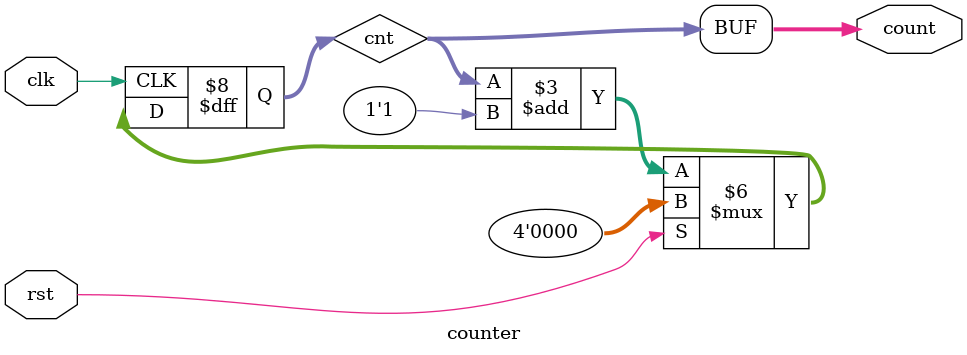
<source format=v>
module counter #(
    parameter          WIDTH=4
) (
    input              clk,
    input              rst,
    output [WIDTH-1:0] count
);

    reg [WIDTH-1:0] cnt;

    always @(posedge clk) begin
        if (rst == 1'b1)
            cnt<= {WIDTH{1'b0}};
        else
            cnt <= cnt + 1'b1;
    end

    assign count = cnt;


initial begin
$dumpfile("dump.vcd");
$dumpvars(0,counter);
end

 endmodule

</source>
